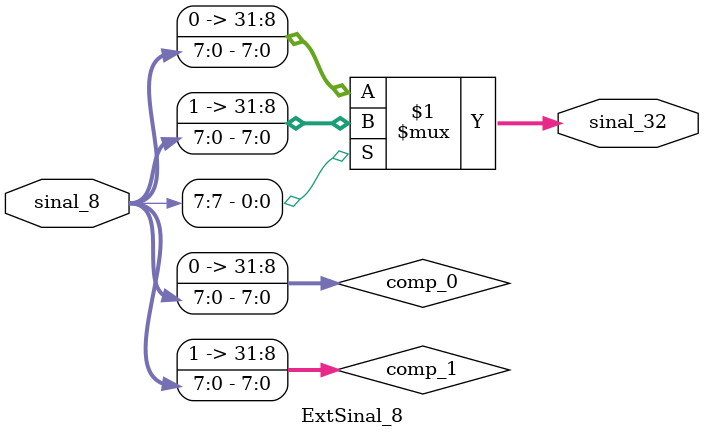
<source format=v>
module ExtSinal_8(sinal_8,sinal_32);
input [7:0] sinal_8;
output wire [31:0] sinal_32;
wire [31:0] comp_1, comp_0; // completa com 1's e completa com 0's (32 bits)
assign comp_1 = {24'hffffff,sinal_8};
assign comp_0 = {24'h000000,sinal_8};
assign sinal_32 = (sinal_8[7]) ? comp_1 : comp_0; // analisa e extende o sinal dependendo de signal[15], o ultimo bit 
endmodule

</source>
